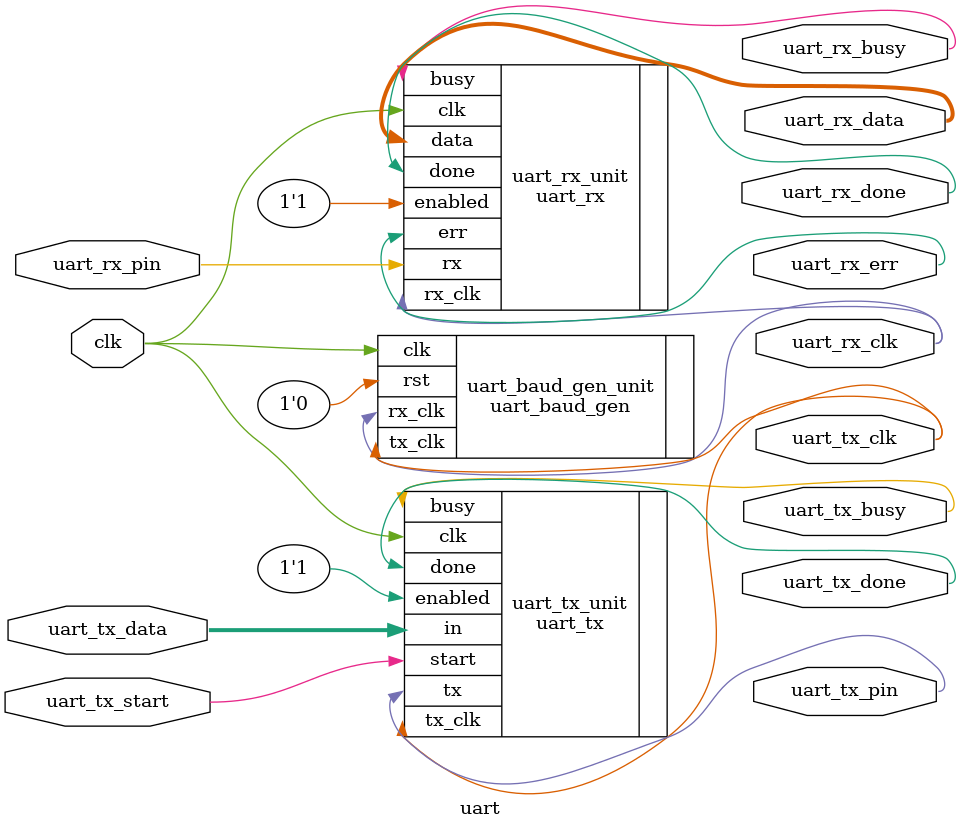
<source format=v>
`default_nettype none

module uart #(
	parameter			CLOCK_RATE = 42000000,
	parameter			BAUD_RATE = 115200
) (
	input wire			clk,
	input wire			uart_rx_pin,
	output wire			uart_tx_pin,

	input wire			uart_tx_start,
	input wire [7:0]		uart_tx_data,

	output wire			uart_tx_clk,
	output wire			uart_tx_done,
	output wire			uart_tx_busy,

	output wire			uart_rx_clk,
	output wire [7:0]		uart_rx_data,
	output wire			uart_rx_err,
	output wire			uart_rx_done,
	output wire			uart_rx_busy
);

	uart_baud_gen #(
		.CLOCK_RATE(CLOCK_RATE), 
		.BAUD_RATE(BAUD_RATE)
	) uart_baud_gen_unit (
		.clk(clk),
		.rst(1'b0),
		.tx_clk(uart_tx_clk),
		.rx_clk(uart_rx_clk)
	);

	uart_tx uart_tx_unit (
		.clk(clk), 
		.tx_clk(uart_tx_clk),
		.enabled(1'b1),
		.start(uart_tx_start),
		.in(uart_tx_data),

		.tx(uart_tx_pin),
		.done(uart_tx_done),
		.busy(uart_tx_busy)
	);

	uart_rx uart_rx_unit (
		.clk(clk),
		.rx_clk(uart_rx_clk),
		.enabled(1'b1),
		.rx(uart_rx_pin),
		.data(uart_rx_data),
		.err(uart_rx_err),
		.done(uart_rx_done),
		.busy(uart_rx_busy)
	);

endmodule

</source>
